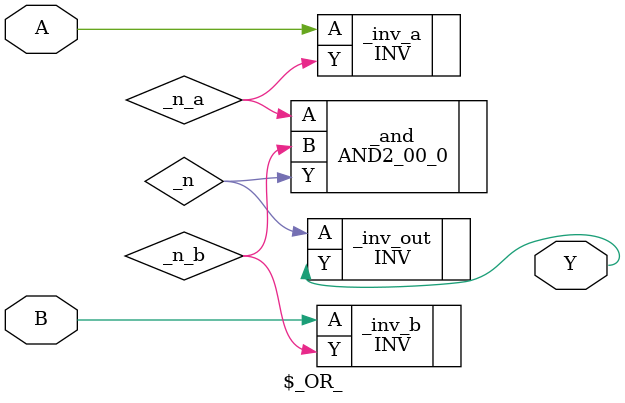
<source format=v>
module \$_NOT_ (A, Y);
  input A;
  output Y;
  INV _TECHMAP_REPLACE_ (.A(A), .Y(Y));
endmodule

module \$_AND_ (A, B, Y);
  input A, B;
  output Y;
  AND2_11_1 _TECHMAP_REPLACE_ (.A(A), .B(B), .Y(Y));
endmodule

module \$_OR_ (A, B, Y);
  input A, B;
  output Y;
  wire _n;
  INV _inv_a (.A(A), .Y(_n_a));
  INV _inv_b (.A(B), .Y(_n_b));
  AND2_00_0 _and (.A(_n_a), .B(_n_b), .Y(_n));
  INV _inv_out (.A(_n), .Y(Y));
endmodule

</source>
